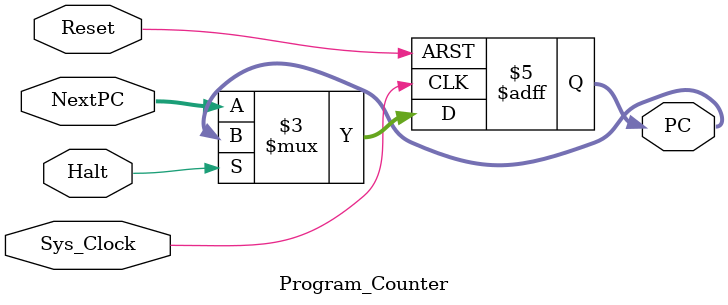
<source format=v>
module Program_Counter (input Reset, input Sys_Clock, input Halt, input [7:0] NextPC, output reg [7:0] PC);

always @(posedge Sys_Clock or posedge Reset) begin
	if (Reset)
	begin
		PC <= 0;
	end
	else if (!Halt) 
	begin
		PC <= NextPC[7:0];
	end
end


endmodule
</source>
